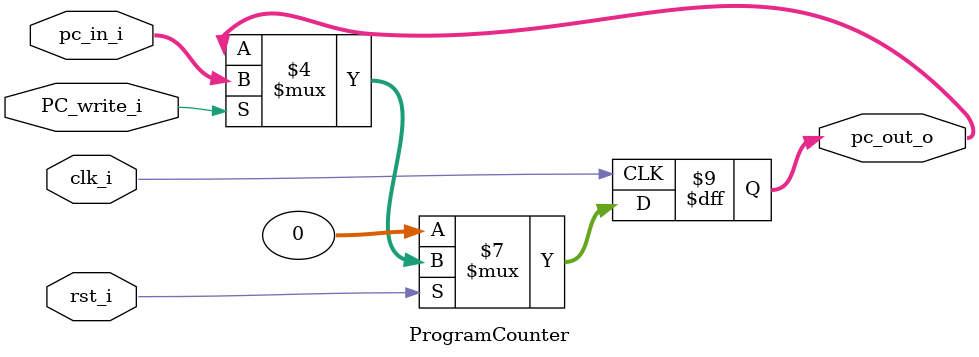
<source format=v>

module ProgramCounter(
   clk_i,
	rst_i,
	PC_write_i,
	pc_in_i,
	pc_out_o
	);
     
//I/O ports
input          clk_i;
input	        	rst_i;
input				PC_write_i;
input  [32-1:0] pc_in_i;
output [32-1:0] pc_out_o;
 
//Internal Signals
reg    [32-1:0] pc_out_o;
 
//Parameter

    
//Main function
always @(posedge clk_i) begin
    if(~rst_i)
		pc_out_o <= 0;
	else if (PC_write_i)
		pc_out_o <= pc_in_i;
	else
		pc_out_o <= pc_out_o;
end

endmodule



                    
                    
</source>
